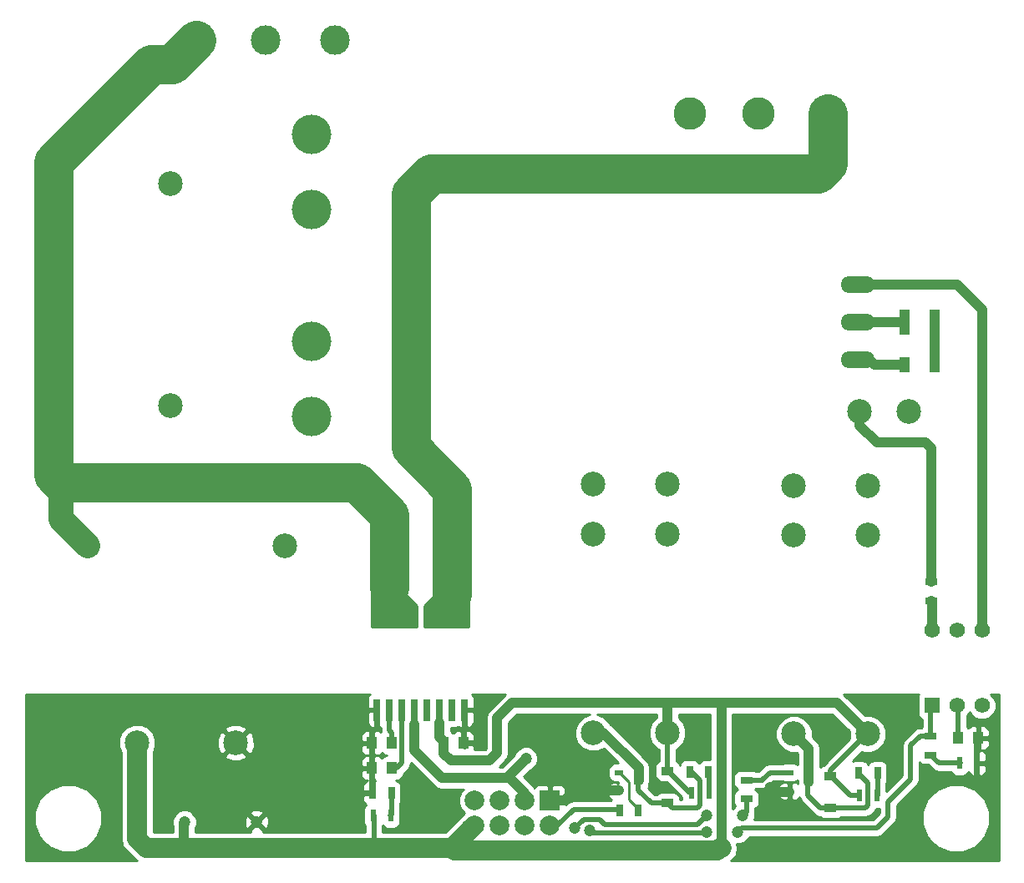
<source format=gtl>
G04 #@! TF.FileFunction,Copper,L1,Top,Signal*
%FSLAX46Y46*%
G04 Gerber Fmt 4.6, Leading zero omitted, Abs format (unit mm)*
G04 Created by KiCad (PCBNEW 0.201507280910+6003~25~ubuntu14.04.1-product) date Wed 07 Oct 2015 02:08:59 BST*
%MOMM*%
G01*
G04 APERTURE LIST*
%ADD10C,0.100000*%
%ADD11C,2.499360*%
%ADD12O,3.500120X1.699260*%
%ADD13C,2.500000*%
%ADD14R,1.220000X0.910000*%
%ADD15C,1.200000*%
%ADD16R,1.574800X1.574800*%
%ADD17C,1.574800*%
%ADD18C,3.000000*%
%ADD19C,2.000000*%
%ADD20R,2.000000X2.000000*%
%ADD21R,1.300000X0.700000*%
%ADD22R,0.700000X1.300000*%
%ADD23C,4.000000*%
%ADD24R,0.650000X2.250000*%
%ADD25R,0.750000X2.250000*%
%ADD26R,1.000000X1.250000*%
%ADD27R,1.000000X1.600000*%
%ADD28R,1.000000X2.500000*%
%ADD29C,3.300000*%
%ADD30R,0.600000X1.300000*%
%ADD31R,0.900000X0.600000*%
%ADD32C,1.000000*%
%ADD33C,0.508000*%
%ADD34C,2.000000*%
%ADD35C,4.000000*%
%ADD36C,2.500000*%
%ADD37C,0.254000*%
G04 APERTURE END LIST*
D10*
D11*
X115237000Y-85725000D03*
X120237000Y-85725000D03*
D12*
X115062000Y-76708000D03*
X115062000Y-80518000D03*
X115062000Y-72898000D03*
D13*
X88230000Y-118333000D03*
X95730000Y-118333000D03*
X88230000Y-98173000D03*
X88230000Y-93133000D03*
X95730000Y-98173000D03*
X95730000Y-93133000D03*
D14*
X95758000Y-122207000D03*
X95758000Y-125477000D03*
D15*
X54102000Y-127381000D03*
X81407000Y-120967500D03*
X46799500Y-127381000D03*
D16*
X122555000Y-115570000D03*
D17*
X125095000Y-115570000D03*
X127635000Y-115570000D03*
X127635000Y-107950000D03*
X125095000Y-107950000D03*
X122555000Y-107950000D03*
D18*
X62000000Y-48100000D03*
X55000000Y-48100000D03*
X48000000Y-48100000D03*
D19*
X76190000Y-125230000D03*
X76190000Y-127770000D03*
X78730000Y-125230000D03*
X78730000Y-127770000D03*
X81270000Y-125230000D03*
X81270000Y-127770000D03*
D20*
X83810000Y-125230000D03*
D19*
X83810000Y-127770000D03*
D21*
X122428000Y-118684000D03*
X122428000Y-120584000D03*
D22*
X115128000Y-122428000D03*
X117028000Y-122428000D03*
X67752000Y-124460000D03*
X65852000Y-124460000D03*
X97983000Y-122301000D03*
X99883000Y-122301000D03*
D23*
X59690000Y-57658000D03*
X59690000Y-65278000D03*
X59690000Y-86233000D03*
X59690000Y-78613000D03*
D13*
X45339000Y-62660000D03*
X45339000Y-85160000D03*
D24*
X75183000Y-106546000D03*
D25*
X73913000Y-106546000D03*
D24*
X72643000Y-106546000D03*
X71373000Y-106546000D03*
X70103000Y-106546000D03*
X68833000Y-106546000D03*
X67563000Y-106546000D03*
X66293000Y-106546000D03*
X66293000Y-116046000D03*
X67563000Y-116046000D03*
X68833000Y-116046000D03*
X70103000Y-116046000D03*
X71373000Y-116046000D03*
X72643000Y-116046000D03*
X73913000Y-116046000D03*
X75183000Y-116046000D03*
D13*
X41990000Y-119347000D03*
X51990000Y-119347000D03*
X36990000Y-99347000D03*
X56990000Y-99347000D03*
D26*
X125238000Y-118872000D03*
X127238000Y-118872000D03*
D27*
X122785000Y-81026000D03*
X119785000Y-81026000D03*
D21*
X122500000Y-103050000D03*
X122500000Y-104950000D03*
X103759000Y-123129000D03*
X103759000Y-125029000D03*
D22*
X92771000Y-126238000D03*
X90871000Y-126238000D03*
D28*
X119785000Y-76708000D03*
X122785000Y-76708000D03*
D26*
X73041000Y-119380000D03*
X75041000Y-119380000D03*
X67802000Y-121920000D03*
X65802000Y-121920000D03*
X67802000Y-119380000D03*
X65802000Y-119380000D03*
D29*
X112000000Y-55500000D03*
X105000000Y-55500000D03*
X98000000Y-55500000D03*
D30*
X65902000Y-126746000D03*
X67702000Y-126746000D03*
X98160000Y-124460000D03*
X99960000Y-124460000D03*
X115178000Y-124714000D03*
X116978000Y-124714000D03*
X125338000Y-121412000D03*
X127138000Y-121412000D03*
X65902000Y-126746000D03*
X67702000Y-126746000D03*
D14*
X112268000Y-122715000D03*
X112268000Y-125985000D03*
D13*
X108556000Y-118460000D03*
X116056000Y-118460000D03*
X108556000Y-98300000D03*
X108556000Y-93260000D03*
X116056000Y-98300000D03*
X116056000Y-93260000D03*
D31*
X108109000Y-124267000D03*
X108109000Y-122367000D03*
X110059000Y-123317000D03*
X90837000Y-124267000D03*
X90837000Y-122367000D03*
X92787000Y-123317000D03*
D15*
X98933000Y-118491000D03*
X104648000Y-119253000D03*
X92202000Y-118110000D03*
X120269000Y-129540000D03*
X107315000Y-130175000D03*
X106172000Y-123952000D03*
X111760000Y-118872000D03*
X118999000Y-116586000D03*
X76771500Y-119062500D03*
X127000000Y-123190000D03*
X71247000Y-125730000D03*
X64008000Y-124968000D03*
X99695000Y-126746000D03*
X86360000Y-128016000D03*
X103378000Y-126746000D03*
X87884000Y-128270000D03*
X102870000Y-128397000D03*
X99695000Y-128397000D03*
D32*
X106172000Y-123952000D02*
X106553000Y-124333000D01*
X106553000Y-124333000D02*
X108077000Y-124333000D01*
X83810000Y-125230000D02*
X85336000Y-125230000D01*
X86360000Y-124206000D02*
X90805000Y-124206000D01*
X85336000Y-125230000D02*
X86360000Y-124206000D01*
X83820000Y-125222000D02*
X83810000Y-125230000D01*
X83810000Y-125230000D02*
X83812000Y-125230000D01*
X83820000Y-125222000D02*
X83810000Y-125230000D01*
D33*
X75041000Y-119380000D02*
X76454000Y-119380000D01*
X76454000Y-119380000D02*
X76771500Y-119062500D01*
X75183000Y-116046000D02*
X75183000Y-119238000D01*
X75183000Y-119238000D02*
X75041000Y-119380000D01*
X75183000Y-119238000D02*
X75041000Y-119380000D01*
X65802000Y-121920000D02*
X65802000Y-124410000D01*
X65802000Y-124410000D02*
X65852000Y-124460000D01*
X127038000Y-121412000D02*
X127038000Y-119072000D01*
X127038000Y-119072000D02*
X127238000Y-118872000D01*
X65802000Y-119380000D02*
X65802000Y-118348000D01*
X66293000Y-117857000D02*
X66293000Y-116046000D01*
X65802000Y-118348000D02*
X66293000Y-117857000D01*
X65802000Y-121920000D02*
X65802000Y-119380000D01*
X66293000Y-116046000D02*
X66293000Y-116741000D01*
X75183000Y-119741000D02*
X75238000Y-119796000D01*
X127038000Y-123152000D02*
X127000000Y-123190000D01*
X127038000Y-121412000D02*
X127038000Y-123152000D01*
D32*
X83810000Y-125230000D02*
X84066000Y-125230000D01*
D33*
X64516000Y-124460000D02*
X64008000Y-124968000D01*
X65852000Y-124460000D02*
X64516000Y-124460000D01*
X68833000Y-116046000D02*
X68833000Y-121413000D01*
X68326000Y-121920000D02*
X67802000Y-121920000D01*
X68833000Y-121413000D02*
X68326000Y-121920000D01*
X112268000Y-122715000D02*
X112268000Y-122174000D01*
X112268000Y-122174000D02*
X116078000Y-118364000D01*
X116078000Y-118364000D02*
X116056000Y-118460000D01*
X112268000Y-122715000D02*
X112301000Y-122715000D01*
X112301000Y-122715000D02*
X114300000Y-124714000D01*
X114300000Y-124714000D02*
X115062000Y-124714000D01*
X115062000Y-124714000D02*
X115178000Y-124714000D01*
X95758000Y-122207000D02*
X95758000Y-118618000D01*
X95758000Y-118618000D02*
X95730000Y-118333000D01*
X95758000Y-122207000D02*
X95791000Y-122207000D01*
X95791000Y-122207000D02*
X98044000Y-124460000D01*
X98044000Y-124460000D02*
X98160000Y-124460000D01*
D32*
X78486000Y-120396000D02*
X78486000Y-116840000D01*
X78486000Y-116840000D02*
X80010000Y-115316000D01*
X80010000Y-115316000D02*
X95758000Y-115316000D01*
X77724000Y-121158000D02*
X78486000Y-120396000D01*
D33*
X66002000Y-129578000D02*
X65532000Y-130048000D01*
D34*
X42926000Y-130048000D02*
X46736000Y-130048000D01*
X46736000Y-130048000D02*
X65532000Y-130048000D01*
X65532000Y-130048000D02*
X73912000Y-130048000D01*
D32*
X46736000Y-130048000D02*
X46736000Y-127444500D01*
X46736000Y-127444500D02*
X46799500Y-127381000D01*
X73787000Y-121158000D02*
X73041000Y-120412000D01*
X73787000Y-121158000D02*
X77724000Y-121158000D01*
D33*
X72644000Y-116047000D02*
X72644000Y-117348000D01*
D32*
X72644000Y-118745000D02*
X72644000Y-117348000D01*
X72644000Y-118745000D02*
X73041000Y-119142000D01*
D33*
X72644000Y-116047000D02*
X72643000Y-116046000D01*
D32*
X73041000Y-119380000D02*
X73041000Y-119142000D01*
X75954000Y-127770000D02*
X76190000Y-127770000D01*
X75446000Y-127770000D02*
X76190000Y-127770000D01*
D33*
X66002000Y-126746000D02*
X66002000Y-129578000D01*
D34*
X73912000Y-130048000D02*
X76190000Y-127770000D01*
X41990000Y-129112000D02*
X42926000Y-130048000D01*
X41990000Y-119347000D02*
X41990000Y-129112000D01*
D32*
X73041000Y-119380000D02*
X73041000Y-120412000D01*
X95758000Y-118305000D02*
X95730000Y-118333000D01*
X95758000Y-115316000D02*
X95758000Y-118305000D01*
X101219000Y-125476000D02*
X101219000Y-130048000D01*
D34*
X74166000Y-130302000D02*
X73912000Y-130048000D01*
X100838000Y-130302000D02*
X74166000Y-130302000D01*
X101092000Y-130048000D02*
X100838000Y-130302000D01*
X101219000Y-130048000D02*
X101092000Y-130048000D01*
D32*
X112912000Y-115316000D02*
X116056000Y-118460000D01*
X106934000Y-115316000D02*
X112912000Y-115316000D01*
X95758000Y-115316000D02*
X97790000Y-115316000D01*
X101219000Y-115316000D02*
X106934000Y-115316000D01*
X97790000Y-115316000D02*
X101219000Y-115316000D01*
X101219000Y-116459000D02*
X101219000Y-118745000D01*
X101219000Y-124841000D02*
X101219000Y-125476000D01*
X101219000Y-118745000D02*
X101219000Y-124841000D01*
X101219000Y-115316000D02*
X101219000Y-116459000D01*
D33*
X95504000Y-122428000D02*
X95758000Y-122427000D01*
D32*
X115062000Y-76708000D02*
X119785000Y-76708000D01*
X122785000Y-76708000D02*
X122785000Y-81026000D01*
X72643000Y-106546000D02*
X73913000Y-106546000D01*
X75183000Y-106546000D02*
X73913000Y-106546000D01*
D33*
X71373000Y-106546000D02*
X73913000Y-106546000D01*
D35*
X73913000Y-104266000D02*
X73914000Y-104267000D01*
X112000000Y-55500000D02*
X112000000Y-60593000D01*
X69723000Y-89408000D02*
X73913000Y-93598000D01*
X69723000Y-63627000D02*
X69723000Y-89408000D01*
X71755000Y-61595000D02*
X69723000Y-63627000D01*
X110998000Y-61595000D02*
X71755000Y-61595000D01*
X112000000Y-60593000D02*
X110998000Y-61595000D01*
X73913000Y-93598000D02*
X73913000Y-104266000D01*
D33*
X73913000Y-105276000D02*
X75183000Y-106546000D01*
X73913000Y-104266000D02*
X73913000Y-105276000D01*
D32*
X119785000Y-81026000D02*
X116713000Y-81026000D01*
X116713000Y-81026000D02*
X116205000Y-80518000D01*
X116205000Y-80518000D02*
X115062000Y-80518000D01*
D33*
X83810000Y-127770000D02*
X84574000Y-127770000D01*
X84574000Y-127770000D02*
X86233000Y-126111000D01*
X86233000Y-126111000D02*
X90805000Y-126111000D01*
X90805000Y-126111000D02*
X90871000Y-126238000D01*
X103378000Y-126746000D02*
X103759000Y-126365000D01*
X98806000Y-127635000D02*
X99695000Y-126746000D01*
X86360000Y-128016000D02*
X87249000Y-127127000D01*
X87249000Y-127127000D02*
X88900000Y-127127000D01*
X88900000Y-127127000D02*
X89408000Y-127635000D01*
X89408000Y-127635000D02*
X98552000Y-127635000D01*
X98552000Y-127635000D02*
X98806000Y-127635000D01*
X103759000Y-126365000D02*
X103759000Y-124968000D01*
X103759000Y-124968000D02*
X103759000Y-125029000D01*
D32*
X79756000Y-122936000D02*
X79756000Y-122618500D01*
X79756000Y-122618500D02*
X81407000Y-120967500D01*
D33*
X70104000Y-116047000D02*
X70104000Y-117475000D01*
D32*
X70104000Y-120142000D02*
X70104000Y-117475000D01*
X72898000Y-122936000D02*
X70104000Y-120142000D01*
X79756000Y-122936000D02*
X72898000Y-122936000D01*
X79756000Y-122936000D02*
X81270000Y-124450000D01*
D33*
X70104000Y-116047000D02*
X70103000Y-116046000D01*
D32*
X81270000Y-125230000D02*
X81270000Y-124450000D01*
D33*
X122428000Y-118684000D02*
X122428000Y-115697000D01*
X122428000Y-115697000D02*
X122555000Y-115570000D01*
X122516000Y-118596000D02*
X122428000Y-118684000D01*
X103251000Y-128016000D02*
X102870000Y-128397000D01*
X99187000Y-128524000D02*
X99568000Y-128524000D01*
X88138000Y-128524000D02*
X99187000Y-128524000D01*
X87884000Y-128270000D02*
X88138000Y-128524000D01*
X99568000Y-128524000D02*
X99695000Y-128397000D01*
X112903000Y-128016000D02*
X116967000Y-128016000D01*
X120396000Y-122428000D02*
X120396000Y-119634000D01*
X120396000Y-119634000D02*
X121346000Y-118684000D01*
X122428000Y-118684000D02*
X121346000Y-118684000D01*
X120396000Y-123063000D02*
X120396000Y-122428000D01*
X118110000Y-125349000D02*
X120396000Y-123063000D01*
X118110000Y-126873000D02*
X118110000Y-125349000D01*
X116967000Y-128016000D02*
X118110000Y-126873000D01*
X112903000Y-128016000D02*
X103251000Y-128016000D01*
D36*
X34290000Y-96647000D02*
X36990000Y-99347000D01*
X34290000Y-92964000D02*
X34290000Y-96647000D01*
D35*
X33528000Y-60452000D02*
X43434000Y-50546000D01*
X43434000Y-50546000D02*
X45554000Y-50546000D01*
X45554000Y-50546000D02*
X48000000Y-48100000D01*
X34290000Y-92964000D02*
X33528000Y-92202000D01*
X33528000Y-92202000D02*
X33528000Y-60452000D01*
X67563000Y-103631000D02*
X67564000Y-103632000D01*
X34290000Y-92964000D02*
X64262000Y-92964000D01*
X67563000Y-96265000D02*
X64262000Y-92964000D01*
X67563000Y-96265000D02*
X67563000Y-103631000D01*
D33*
X67563000Y-105276000D02*
X66293000Y-106546000D01*
X67563000Y-103631000D02*
X67563000Y-105276000D01*
D37*
X90837000Y-122367000D02*
X90871000Y-122367000D01*
X90871000Y-122367000D02*
X91821000Y-123317000D01*
X91821000Y-123317000D02*
X91821000Y-125095000D01*
X91821000Y-125095000D02*
X92837000Y-126111000D01*
X92837000Y-126111000D02*
X92771000Y-126238000D01*
D33*
X103759000Y-123129000D02*
X105344000Y-123129000D01*
X106106000Y-122367000D02*
X105410000Y-123063000D01*
X106106000Y-122367000D02*
X108109000Y-122367000D01*
X105344000Y-123129000D02*
X105410000Y-123063000D01*
X67752000Y-124460000D02*
X67752000Y-126596000D01*
X67752000Y-126596000D02*
X67602000Y-126746000D01*
X125438000Y-121412000D02*
X123256000Y-121412000D01*
X123256000Y-121412000D02*
X122428000Y-120584000D01*
D32*
X115237000Y-85725000D02*
X115237000Y-87170000D01*
X122500000Y-93798000D02*
X122500000Y-103050000D01*
X122500000Y-89480000D02*
X122500000Y-93798000D01*
X121920000Y-88900000D02*
X122500000Y-89480000D01*
X116967000Y-88900000D02*
X121920000Y-88900000D01*
X115237000Y-87170000D02*
X116967000Y-88900000D01*
X122555000Y-105005000D02*
X122500000Y-104950000D01*
X122555000Y-107950000D02*
X122555000Y-105005000D01*
D33*
X125238000Y-118872000D02*
X125238000Y-115713000D01*
X125238000Y-115713000D02*
X125095000Y-115570000D01*
D32*
X127635000Y-75438000D02*
X125095000Y-72898000D01*
X127635000Y-107950000D02*
X127635000Y-75438000D01*
X125095000Y-72898000D02*
X115062000Y-72898000D01*
D33*
X67563000Y-116046000D02*
X67563000Y-118109000D01*
X67802000Y-118348000D02*
X67802000Y-119380000D01*
X67563000Y-118109000D02*
X67802000Y-118348000D01*
X99960000Y-124460000D02*
X99960000Y-122566000D01*
X99960000Y-122566000D02*
X99822000Y-122428000D01*
X99822000Y-122428000D02*
X99883000Y-122301000D01*
X117028000Y-122428000D02*
X117028000Y-124648000D01*
X117028000Y-124648000D02*
X117094000Y-124714000D01*
X117094000Y-124714000D02*
X116978000Y-124714000D01*
X92787000Y-123317000D02*
X92787000Y-124156000D01*
X94107000Y-125476000D02*
X95885000Y-125476000D01*
X92787000Y-124156000D02*
X94107000Y-125476000D01*
X95885000Y-125476000D02*
X95758000Y-125477000D01*
D32*
X88230000Y-118333000D02*
X89250000Y-118333000D01*
X89250000Y-118333000D02*
X92837000Y-121920000D01*
X92837000Y-121920000D02*
X92837000Y-123190000D01*
X88265000Y-118237000D02*
X88230000Y-118333000D01*
D33*
X97983000Y-122301000D02*
X98171000Y-122301000D01*
X98171000Y-122301000D02*
X99060000Y-123190000D01*
X99060000Y-123190000D02*
X99060000Y-125730000D01*
X99060000Y-125730000D02*
X98806000Y-125984000D01*
X98806000Y-125984000D02*
X96266000Y-125984000D01*
X96266000Y-125984000D02*
X95758000Y-125476000D01*
X95758000Y-125476000D02*
X95758000Y-125477000D01*
X95758000Y-125476000D02*
X95758000Y-125477000D01*
D32*
X110059000Y-123317000D02*
X110059000Y-119965000D01*
X110059000Y-119965000D02*
X108585000Y-118491000D01*
D33*
X112268000Y-125985000D02*
X111253000Y-125985000D01*
X109982000Y-124714000D02*
X109982000Y-123317000D01*
X111253000Y-125985000D02*
X109982000Y-124714000D01*
X109982000Y-123317000D02*
X110059000Y-123317000D01*
X112268000Y-125985000D02*
X115823000Y-125985000D01*
X116078000Y-123444000D02*
X115062000Y-122428000D01*
X116078000Y-125730000D02*
X116078000Y-123444000D01*
X115823000Y-125985000D02*
X116078000Y-125730000D01*
X115062000Y-122428000D02*
X115128000Y-122428000D01*
X112268000Y-125984000D02*
X112268000Y-125985000D01*
D37*
G36*
X129315000Y-131315000D02*
X102209176Y-131315000D01*
X102375120Y-131204120D01*
X102729543Y-130673687D01*
X102854000Y-130048000D01*
X102771235Y-129631914D01*
X103114579Y-129632214D01*
X103568657Y-129444592D01*
X103916371Y-129097485D01*
X103996298Y-128905000D01*
X116967000Y-128905000D01*
X117307206Y-128837329D01*
X117595618Y-128644618D01*
X118738618Y-127501618D01*
X118777550Y-127443352D01*
X118931329Y-127213206D01*
X118936906Y-127185167D01*
X121564838Y-127185167D01*
X121572820Y-127204485D01*
X121572406Y-127678682D01*
X122093037Y-128938704D01*
X122353413Y-129199534D01*
X122406883Y-129328943D01*
X122669673Y-129592192D01*
X122798989Y-129645889D01*
X123056226Y-129903575D01*
X124315337Y-130426404D01*
X124793896Y-130426822D01*
X124813201Y-130434838D01*
X125185167Y-130435162D01*
X125204485Y-130427180D01*
X125678682Y-130427594D01*
X126938704Y-129906963D01*
X127199534Y-129646587D01*
X127328943Y-129593117D01*
X127592192Y-129330327D01*
X127645889Y-129201011D01*
X127903575Y-128943774D01*
X128426404Y-127684663D01*
X128426822Y-127206104D01*
X128434838Y-127186799D01*
X128435162Y-126814833D01*
X128427180Y-126795515D01*
X128427594Y-126321318D01*
X127906963Y-125061296D01*
X127646587Y-124800466D01*
X127593117Y-124671057D01*
X127330327Y-124407808D01*
X127201011Y-124354111D01*
X126943774Y-124096425D01*
X125684663Y-123573596D01*
X125206104Y-123573178D01*
X125186799Y-123565162D01*
X124814833Y-123564838D01*
X124795515Y-123572820D01*
X124321318Y-123572406D01*
X123061296Y-124093037D01*
X122800466Y-124353413D01*
X122671057Y-124406883D01*
X122407808Y-124669673D01*
X122354111Y-124798989D01*
X122096425Y-125056226D01*
X121573596Y-126315337D01*
X121573178Y-126793896D01*
X121565162Y-126813201D01*
X121564838Y-127185167D01*
X118936906Y-127185167D01*
X118999000Y-126873000D01*
X118999000Y-125717236D01*
X121024618Y-123691618D01*
X121074476Y-123617000D01*
X121217329Y-123403206D01*
X121285000Y-123063000D01*
X121285000Y-121340514D01*
X121313910Y-121385441D01*
X121526110Y-121530431D01*
X121778000Y-121581440D01*
X122168204Y-121581440D01*
X122627382Y-122040618D01*
X122915794Y-122233329D01*
X123256000Y-122301000D01*
X124437208Y-122301000D01*
X124573910Y-122513441D01*
X124786110Y-122658431D01*
X125038000Y-122709440D01*
X125638000Y-122709440D01*
X125873317Y-122665162D01*
X126089441Y-122526090D01*
X126234431Y-122313890D01*
X126241191Y-122280510D01*
X126299673Y-122421699D01*
X126478302Y-122600327D01*
X126711691Y-122697000D01*
X126852250Y-122697000D01*
X127011000Y-122538250D01*
X127011000Y-121539000D01*
X127265000Y-121539000D01*
X127265000Y-122538250D01*
X127423750Y-122697000D01*
X127564309Y-122697000D01*
X127797698Y-122600327D01*
X127976327Y-122421699D01*
X128073000Y-122188310D01*
X128073000Y-121697750D01*
X127914250Y-121539000D01*
X127265000Y-121539000D01*
X127011000Y-121539000D01*
X126991000Y-121539000D01*
X126991000Y-121285000D01*
X127011000Y-121285000D01*
X127011000Y-120285750D01*
X127265000Y-120285750D01*
X127265000Y-121285000D01*
X127914250Y-121285000D01*
X128073000Y-121126250D01*
X128073000Y-120635690D01*
X127976327Y-120402301D01*
X127797698Y-120223673D01*
X127576380Y-120132000D01*
X127864309Y-120132000D01*
X128097698Y-120035327D01*
X128276327Y-119856699D01*
X128373000Y-119623310D01*
X128373000Y-119157750D01*
X128214250Y-118999000D01*
X127365000Y-118999000D01*
X127365000Y-119973250D01*
X127518750Y-120127000D01*
X127423750Y-120127000D01*
X127265000Y-120285750D01*
X127011000Y-120285750D01*
X126857250Y-120132000D01*
X126952250Y-120132000D01*
X127111000Y-119973250D01*
X127111000Y-118999000D01*
X127091000Y-118999000D01*
X127091000Y-118745000D01*
X127111000Y-118745000D01*
X127111000Y-117770750D01*
X127365000Y-117770750D01*
X127365000Y-118745000D01*
X128214250Y-118745000D01*
X128373000Y-118586250D01*
X128373000Y-118120690D01*
X128276327Y-117887301D01*
X128097698Y-117708673D01*
X127864309Y-117612000D01*
X127523750Y-117612000D01*
X127365000Y-117770750D01*
X127111000Y-117770750D01*
X126952250Y-117612000D01*
X126611691Y-117612000D01*
X126378302Y-117708673D01*
X126237064Y-117849910D01*
X126202090Y-117795559D01*
X126127000Y-117744252D01*
X126127000Y-116549624D01*
X126300149Y-116376777D01*
X126364891Y-116220860D01*
X126428445Y-116374672D01*
X126828223Y-116775149D01*
X127350826Y-116992152D01*
X127916691Y-116992646D01*
X128439672Y-116776555D01*
X128840149Y-116376777D01*
X129057152Y-115854174D01*
X129057646Y-115288309D01*
X128841555Y-114765328D01*
X128503818Y-114427000D01*
X129315000Y-114427000D01*
X129315000Y-131315000D01*
X129315000Y-131315000D01*
G37*
X129315000Y-131315000D02*
X102209176Y-131315000D01*
X102375120Y-131204120D01*
X102729543Y-130673687D01*
X102854000Y-130048000D01*
X102771235Y-129631914D01*
X103114579Y-129632214D01*
X103568657Y-129444592D01*
X103916371Y-129097485D01*
X103996298Y-128905000D01*
X116967000Y-128905000D01*
X117307206Y-128837329D01*
X117595618Y-128644618D01*
X118738618Y-127501618D01*
X118777550Y-127443352D01*
X118931329Y-127213206D01*
X118936906Y-127185167D01*
X121564838Y-127185167D01*
X121572820Y-127204485D01*
X121572406Y-127678682D01*
X122093037Y-128938704D01*
X122353413Y-129199534D01*
X122406883Y-129328943D01*
X122669673Y-129592192D01*
X122798989Y-129645889D01*
X123056226Y-129903575D01*
X124315337Y-130426404D01*
X124793896Y-130426822D01*
X124813201Y-130434838D01*
X125185167Y-130435162D01*
X125204485Y-130427180D01*
X125678682Y-130427594D01*
X126938704Y-129906963D01*
X127199534Y-129646587D01*
X127328943Y-129593117D01*
X127592192Y-129330327D01*
X127645889Y-129201011D01*
X127903575Y-128943774D01*
X128426404Y-127684663D01*
X128426822Y-127206104D01*
X128434838Y-127186799D01*
X128435162Y-126814833D01*
X128427180Y-126795515D01*
X128427594Y-126321318D01*
X127906963Y-125061296D01*
X127646587Y-124800466D01*
X127593117Y-124671057D01*
X127330327Y-124407808D01*
X127201011Y-124354111D01*
X126943774Y-124096425D01*
X125684663Y-123573596D01*
X125206104Y-123573178D01*
X125186799Y-123565162D01*
X124814833Y-123564838D01*
X124795515Y-123572820D01*
X124321318Y-123572406D01*
X123061296Y-124093037D01*
X122800466Y-124353413D01*
X122671057Y-124406883D01*
X122407808Y-124669673D01*
X122354111Y-124798989D01*
X122096425Y-125056226D01*
X121573596Y-126315337D01*
X121573178Y-126793896D01*
X121565162Y-126813201D01*
X121564838Y-127185167D01*
X118936906Y-127185167D01*
X118999000Y-126873000D01*
X118999000Y-125717236D01*
X121024618Y-123691618D01*
X121074476Y-123617000D01*
X121217329Y-123403206D01*
X121285000Y-123063000D01*
X121285000Y-121340514D01*
X121313910Y-121385441D01*
X121526110Y-121530431D01*
X121778000Y-121581440D01*
X122168204Y-121581440D01*
X122627382Y-122040618D01*
X122915794Y-122233329D01*
X123256000Y-122301000D01*
X124437208Y-122301000D01*
X124573910Y-122513441D01*
X124786110Y-122658431D01*
X125038000Y-122709440D01*
X125638000Y-122709440D01*
X125873317Y-122665162D01*
X126089441Y-122526090D01*
X126234431Y-122313890D01*
X126241191Y-122280510D01*
X126299673Y-122421699D01*
X126478302Y-122600327D01*
X126711691Y-122697000D01*
X126852250Y-122697000D01*
X127011000Y-122538250D01*
X127011000Y-121539000D01*
X127265000Y-121539000D01*
X127265000Y-122538250D01*
X127423750Y-122697000D01*
X127564309Y-122697000D01*
X127797698Y-122600327D01*
X127976327Y-122421699D01*
X128073000Y-122188310D01*
X128073000Y-121697750D01*
X127914250Y-121539000D01*
X127265000Y-121539000D01*
X127011000Y-121539000D01*
X126991000Y-121539000D01*
X126991000Y-121285000D01*
X127011000Y-121285000D01*
X127011000Y-120285750D01*
X127265000Y-120285750D01*
X127265000Y-121285000D01*
X127914250Y-121285000D01*
X128073000Y-121126250D01*
X128073000Y-120635690D01*
X127976327Y-120402301D01*
X127797698Y-120223673D01*
X127576380Y-120132000D01*
X127864309Y-120132000D01*
X128097698Y-120035327D01*
X128276327Y-119856699D01*
X128373000Y-119623310D01*
X128373000Y-119157750D01*
X128214250Y-118999000D01*
X127365000Y-118999000D01*
X127365000Y-119973250D01*
X127518750Y-120127000D01*
X127423750Y-120127000D01*
X127265000Y-120285750D01*
X127011000Y-120285750D01*
X126857250Y-120132000D01*
X126952250Y-120132000D01*
X127111000Y-119973250D01*
X127111000Y-118999000D01*
X127091000Y-118999000D01*
X127091000Y-118745000D01*
X127111000Y-118745000D01*
X127111000Y-117770750D01*
X127365000Y-117770750D01*
X127365000Y-118745000D01*
X128214250Y-118745000D01*
X128373000Y-118586250D01*
X128373000Y-118120690D01*
X128276327Y-117887301D01*
X128097698Y-117708673D01*
X127864309Y-117612000D01*
X127523750Y-117612000D01*
X127365000Y-117770750D01*
X127111000Y-117770750D01*
X126952250Y-117612000D01*
X126611691Y-117612000D01*
X126378302Y-117708673D01*
X126237064Y-117849910D01*
X126202090Y-117795559D01*
X126127000Y-117744252D01*
X126127000Y-116549624D01*
X126300149Y-116376777D01*
X126364891Y-116220860D01*
X126428445Y-116374672D01*
X126828223Y-116775149D01*
X127350826Y-116992152D01*
X127916691Y-116992646D01*
X128439672Y-116776555D01*
X128840149Y-116376777D01*
X129057152Y-115854174D01*
X129057646Y-115288309D01*
X128841555Y-114765328D01*
X128503818Y-114427000D01*
X129315000Y-114427000D01*
X129315000Y-131315000D01*
G36*
X65429673Y-114561301D02*
X65333000Y-114794690D01*
X65333000Y-115760250D01*
X65491750Y-115919000D01*
X66166000Y-115919000D01*
X66166000Y-115899000D01*
X66420000Y-115899000D01*
X66420000Y-115919000D01*
X66440000Y-115919000D01*
X66440000Y-116173000D01*
X66420000Y-116173000D01*
X66420000Y-117647250D01*
X66578750Y-117806000D01*
X66674000Y-117806000D01*
X66674000Y-118109000D01*
X66703790Y-118258765D01*
X66661698Y-118216673D01*
X66428309Y-118120000D01*
X66087750Y-118120000D01*
X65929000Y-118278750D01*
X65929000Y-119253000D01*
X65949000Y-119253000D01*
X65949000Y-119507000D01*
X65929000Y-119507000D01*
X65929000Y-120481250D01*
X66087750Y-120640000D01*
X66428309Y-120640000D01*
X66661698Y-120543327D01*
X66802936Y-120402090D01*
X66837910Y-120456441D01*
X67050110Y-120601431D01*
X67289509Y-120649910D01*
X67066683Y-120691838D01*
X66850559Y-120830910D01*
X66804031Y-120899006D01*
X66661698Y-120756673D01*
X66428309Y-120660000D01*
X66087750Y-120660000D01*
X65929000Y-120818750D01*
X65929000Y-121793000D01*
X65949000Y-121793000D01*
X65949000Y-122047000D01*
X65929000Y-122047000D01*
X65929000Y-123021250D01*
X66087750Y-123180000D01*
X66132750Y-123180000D01*
X65979000Y-123333750D01*
X65979000Y-124333000D01*
X65999000Y-124333000D01*
X65999000Y-124587000D01*
X65979000Y-124587000D01*
X65979000Y-124607000D01*
X65725000Y-124607000D01*
X65725000Y-124587000D01*
X65025750Y-124587000D01*
X64867000Y-124745750D01*
X64867000Y-125236310D01*
X64963673Y-125469699D01*
X65140543Y-125646568D01*
X65005569Y-125844110D01*
X64954560Y-126096000D01*
X64954560Y-127396000D01*
X64998838Y-127631317D01*
X65113000Y-127808730D01*
X65113000Y-128413000D01*
X54747953Y-128413000D01*
X54785130Y-128243735D01*
X54102000Y-127560605D01*
X53418870Y-128243735D01*
X53456047Y-128413000D01*
X47871000Y-128413000D01*
X47871000Y-128020968D01*
X48034285Y-127627734D01*
X48034647Y-127212036D01*
X52854193Y-127212036D01*
X52884518Y-127702413D01*
X53013836Y-128014617D01*
X53239265Y-128064130D01*
X53922395Y-127381000D01*
X54281605Y-127381000D01*
X54964735Y-128064130D01*
X55190164Y-128014617D01*
X55349807Y-127549964D01*
X55319482Y-127059587D01*
X55190164Y-126747383D01*
X54964735Y-126697870D01*
X54281605Y-127381000D01*
X53922395Y-127381000D01*
X53239265Y-126697870D01*
X53013836Y-126747383D01*
X52854193Y-127212036D01*
X48034647Y-127212036D01*
X48034714Y-127136421D01*
X47847092Y-126682343D01*
X47683301Y-126518265D01*
X53418870Y-126518265D01*
X54102000Y-127201395D01*
X54785130Y-126518265D01*
X54735617Y-126292836D01*
X54270964Y-126133193D01*
X53780587Y-126163518D01*
X53468383Y-126292836D01*
X53418870Y-126518265D01*
X47683301Y-126518265D01*
X47499985Y-126334629D01*
X47046234Y-126146215D01*
X46554921Y-126145786D01*
X46100843Y-126333408D01*
X45753129Y-126680515D01*
X45564715Y-127134266D01*
X45564286Y-127625579D01*
X45601000Y-127714433D01*
X45601000Y-128413000D01*
X43625000Y-128413000D01*
X43625000Y-122205750D01*
X64667000Y-122205750D01*
X64667000Y-122671310D01*
X64763673Y-122904699D01*
X64942302Y-123083327D01*
X65175691Y-123180000D01*
X65363620Y-123180000D01*
X65142302Y-123271673D01*
X64963673Y-123450301D01*
X64867000Y-123683690D01*
X64867000Y-124174250D01*
X65025750Y-124333000D01*
X65725000Y-124333000D01*
X65725000Y-123333750D01*
X65566250Y-123175000D01*
X65521250Y-123175000D01*
X65675000Y-123021250D01*
X65675000Y-122047000D01*
X64825750Y-122047000D01*
X64667000Y-122205750D01*
X43625000Y-122205750D01*
X43625000Y-120680320D01*
X50836285Y-120680320D01*
X50965533Y-120973123D01*
X51665806Y-121241388D01*
X52415435Y-121221250D01*
X52542326Y-121168690D01*
X64667000Y-121168690D01*
X64667000Y-121634250D01*
X64825750Y-121793000D01*
X65675000Y-121793000D01*
X65675000Y-120818750D01*
X65516250Y-120660000D01*
X65175691Y-120660000D01*
X64942302Y-120756673D01*
X64763673Y-120935301D01*
X64667000Y-121168690D01*
X52542326Y-121168690D01*
X53014467Y-120973123D01*
X53143715Y-120680320D01*
X51990000Y-119526605D01*
X50836285Y-120680320D01*
X43625000Y-120680320D01*
X43625000Y-120324871D01*
X43874672Y-119723595D01*
X43875283Y-119022806D01*
X50095612Y-119022806D01*
X50115750Y-119772435D01*
X50363877Y-120371467D01*
X50656680Y-120500715D01*
X51810395Y-119347000D01*
X52169605Y-119347000D01*
X53323320Y-120500715D01*
X53616123Y-120371467D01*
X53884388Y-119671194D01*
X53884242Y-119665750D01*
X64667000Y-119665750D01*
X64667000Y-120131310D01*
X64763673Y-120364699D01*
X64942302Y-120543327D01*
X65175691Y-120640000D01*
X65516250Y-120640000D01*
X65675000Y-120481250D01*
X65675000Y-119507000D01*
X64825750Y-119507000D01*
X64667000Y-119665750D01*
X53884242Y-119665750D01*
X53864250Y-118921565D01*
X53742938Y-118628690D01*
X64667000Y-118628690D01*
X64667000Y-119094250D01*
X64825750Y-119253000D01*
X65675000Y-119253000D01*
X65675000Y-118278750D01*
X65516250Y-118120000D01*
X65175691Y-118120000D01*
X64942302Y-118216673D01*
X64763673Y-118395301D01*
X64667000Y-118628690D01*
X53742938Y-118628690D01*
X53616123Y-118322533D01*
X53323320Y-118193285D01*
X52169605Y-119347000D01*
X51810395Y-119347000D01*
X50656680Y-118193285D01*
X50363877Y-118322533D01*
X50095612Y-119022806D01*
X43875283Y-119022806D01*
X43875326Y-118973695D01*
X43588957Y-118280628D01*
X43322475Y-118013680D01*
X50836285Y-118013680D01*
X51990000Y-119167395D01*
X53143715Y-118013680D01*
X53014467Y-117720877D01*
X52314194Y-117452612D01*
X51564565Y-117472750D01*
X50965533Y-117720877D01*
X50836285Y-118013680D01*
X43322475Y-118013680D01*
X43059161Y-117749907D01*
X42366595Y-117462328D01*
X41616695Y-117461674D01*
X40923628Y-117748043D01*
X40392907Y-118277839D01*
X40105328Y-118970405D01*
X40104674Y-119720305D01*
X40355000Y-120326141D01*
X40355000Y-129111995D01*
X40354999Y-129112000D01*
X40479457Y-129737688D01*
X40833880Y-130268120D01*
X41769880Y-131204120D01*
X41935824Y-131315000D01*
X30685000Y-131315000D01*
X30685000Y-127185167D01*
X31564838Y-127185167D01*
X31572820Y-127204485D01*
X31572406Y-127678682D01*
X32093037Y-128938704D01*
X32353413Y-129199534D01*
X32406883Y-129328943D01*
X32669673Y-129592192D01*
X32798989Y-129645889D01*
X33056226Y-129903575D01*
X34315337Y-130426404D01*
X34793896Y-130426822D01*
X34813201Y-130434838D01*
X35185167Y-130435162D01*
X35204485Y-130427180D01*
X35678682Y-130427594D01*
X36938704Y-129906963D01*
X37199534Y-129646587D01*
X37328943Y-129593117D01*
X37592192Y-129330327D01*
X37645889Y-129201011D01*
X37903575Y-128943774D01*
X38426404Y-127684663D01*
X38426822Y-127206104D01*
X38434838Y-127186799D01*
X38435162Y-126814833D01*
X38427180Y-126795515D01*
X38427594Y-126321318D01*
X37906963Y-125061296D01*
X37646587Y-124800466D01*
X37593117Y-124671057D01*
X37330327Y-124407808D01*
X37201011Y-124354111D01*
X36943774Y-124096425D01*
X35684663Y-123573596D01*
X35206104Y-123573178D01*
X35186799Y-123565162D01*
X34814833Y-123564838D01*
X34795515Y-123572820D01*
X34321318Y-123572406D01*
X33061296Y-124093037D01*
X32800466Y-124353413D01*
X32671057Y-124406883D01*
X32407808Y-124669673D01*
X32354111Y-124798989D01*
X32096425Y-125056226D01*
X31573596Y-126315337D01*
X31573178Y-126793896D01*
X31565162Y-126813201D01*
X31564838Y-127185167D01*
X30685000Y-127185167D01*
X30685000Y-116331750D01*
X65333000Y-116331750D01*
X65333000Y-117297310D01*
X65429673Y-117530699D01*
X65608302Y-117709327D01*
X65841691Y-117806000D01*
X66007250Y-117806000D01*
X66166000Y-117647250D01*
X66166000Y-116173000D01*
X65491750Y-116173000D01*
X65333000Y-116331750D01*
X30685000Y-116331750D01*
X30685000Y-114427000D01*
X65563975Y-114427000D01*
X65429673Y-114561301D01*
X65429673Y-114561301D01*
G37*
X65429673Y-114561301D02*
X65333000Y-114794690D01*
X65333000Y-115760250D01*
X65491750Y-115919000D01*
X66166000Y-115919000D01*
X66166000Y-115899000D01*
X66420000Y-115899000D01*
X66420000Y-115919000D01*
X66440000Y-115919000D01*
X66440000Y-116173000D01*
X66420000Y-116173000D01*
X66420000Y-117647250D01*
X66578750Y-117806000D01*
X66674000Y-117806000D01*
X66674000Y-118109000D01*
X66703790Y-118258765D01*
X66661698Y-118216673D01*
X66428309Y-118120000D01*
X66087750Y-118120000D01*
X65929000Y-118278750D01*
X65929000Y-119253000D01*
X65949000Y-119253000D01*
X65949000Y-119507000D01*
X65929000Y-119507000D01*
X65929000Y-120481250D01*
X66087750Y-120640000D01*
X66428309Y-120640000D01*
X66661698Y-120543327D01*
X66802936Y-120402090D01*
X66837910Y-120456441D01*
X67050110Y-120601431D01*
X67289509Y-120649910D01*
X67066683Y-120691838D01*
X66850559Y-120830910D01*
X66804031Y-120899006D01*
X66661698Y-120756673D01*
X66428309Y-120660000D01*
X66087750Y-120660000D01*
X65929000Y-120818750D01*
X65929000Y-121793000D01*
X65949000Y-121793000D01*
X65949000Y-122047000D01*
X65929000Y-122047000D01*
X65929000Y-123021250D01*
X66087750Y-123180000D01*
X66132750Y-123180000D01*
X65979000Y-123333750D01*
X65979000Y-124333000D01*
X65999000Y-124333000D01*
X65999000Y-124587000D01*
X65979000Y-124587000D01*
X65979000Y-124607000D01*
X65725000Y-124607000D01*
X65725000Y-124587000D01*
X65025750Y-124587000D01*
X64867000Y-124745750D01*
X64867000Y-125236310D01*
X64963673Y-125469699D01*
X65140543Y-125646568D01*
X65005569Y-125844110D01*
X64954560Y-126096000D01*
X64954560Y-127396000D01*
X64998838Y-127631317D01*
X65113000Y-127808730D01*
X65113000Y-128413000D01*
X54747953Y-128413000D01*
X54785130Y-128243735D01*
X54102000Y-127560605D01*
X53418870Y-128243735D01*
X53456047Y-128413000D01*
X47871000Y-128413000D01*
X47871000Y-128020968D01*
X48034285Y-127627734D01*
X48034647Y-127212036D01*
X52854193Y-127212036D01*
X52884518Y-127702413D01*
X53013836Y-128014617D01*
X53239265Y-128064130D01*
X53922395Y-127381000D01*
X54281605Y-127381000D01*
X54964735Y-128064130D01*
X55190164Y-128014617D01*
X55349807Y-127549964D01*
X55319482Y-127059587D01*
X55190164Y-126747383D01*
X54964735Y-126697870D01*
X54281605Y-127381000D01*
X53922395Y-127381000D01*
X53239265Y-126697870D01*
X53013836Y-126747383D01*
X52854193Y-127212036D01*
X48034647Y-127212036D01*
X48034714Y-127136421D01*
X47847092Y-126682343D01*
X47683301Y-126518265D01*
X53418870Y-126518265D01*
X54102000Y-127201395D01*
X54785130Y-126518265D01*
X54735617Y-126292836D01*
X54270964Y-126133193D01*
X53780587Y-126163518D01*
X53468383Y-126292836D01*
X53418870Y-126518265D01*
X47683301Y-126518265D01*
X47499985Y-126334629D01*
X47046234Y-126146215D01*
X46554921Y-126145786D01*
X46100843Y-126333408D01*
X45753129Y-126680515D01*
X45564715Y-127134266D01*
X45564286Y-127625579D01*
X45601000Y-127714433D01*
X45601000Y-128413000D01*
X43625000Y-128413000D01*
X43625000Y-122205750D01*
X64667000Y-122205750D01*
X64667000Y-122671310D01*
X64763673Y-122904699D01*
X64942302Y-123083327D01*
X65175691Y-123180000D01*
X65363620Y-123180000D01*
X65142302Y-123271673D01*
X64963673Y-123450301D01*
X64867000Y-123683690D01*
X64867000Y-124174250D01*
X65025750Y-124333000D01*
X65725000Y-124333000D01*
X65725000Y-123333750D01*
X65566250Y-123175000D01*
X65521250Y-123175000D01*
X65675000Y-123021250D01*
X65675000Y-122047000D01*
X64825750Y-122047000D01*
X64667000Y-122205750D01*
X43625000Y-122205750D01*
X43625000Y-120680320D01*
X50836285Y-120680320D01*
X50965533Y-120973123D01*
X51665806Y-121241388D01*
X52415435Y-121221250D01*
X52542326Y-121168690D01*
X64667000Y-121168690D01*
X64667000Y-121634250D01*
X64825750Y-121793000D01*
X65675000Y-121793000D01*
X65675000Y-120818750D01*
X65516250Y-120660000D01*
X65175691Y-120660000D01*
X64942302Y-120756673D01*
X64763673Y-120935301D01*
X64667000Y-121168690D01*
X52542326Y-121168690D01*
X53014467Y-120973123D01*
X53143715Y-120680320D01*
X51990000Y-119526605D01*
X50836285Y-120680320D01*
X43625000Y-120680320D01*
X43625000Y-120324871D01*
X43874672Y-119723595D01*
X43875283Y-119022806D01*
X50095612Y-119022806D01*
X50115750Y-119772435D01*
X50363877Y-120371467D01*
X50656680Y-120500715D01*
X51810395Y-119347000D01*
X52169605Y-119347000D01*
X53323320Y-120500715D01*
X53616123Y-120371467D01*
X53884388Y-119671194D01*
X53884242Y-119665750D01*
X64667000Y-119665750D01*
X64667000Y-120131310D01*
X64763673Y-120364699D01*
X64942302Y-120543327D01*
X65175691Y-120640000D01*
X65516250Y-120640000D01*
X65675000Y-120481250D01*
X65675000Y-119507000D01*
X64825750Y-119507000D01*
X64667000Y-119665750D01*
X53884242Y-119665750D01*
X53864250Y-118921565D01*
X53742938Y-118628690D01*
X64667000Y-118628690D01*
X64667000Y-119094250D01*
X64825750Y-119253000D01*
X65675000Y-119253000D01*
X65675000Y-118278750D01*
X65516250Y-118120000D01*
X65175691Y-118120000D01*
X64942302Y-118216673D01*
X64763673Y-118395301D01*
X64667000Y-118628690D01*
X53742938Y-118628690D01*
X53616123Y-118322533D01*
X53323320Y-118193285D01*
X52169605Y-119347000D01*
X51810395Y-119347000D01*
X50656680Y-118193285D01*
X50363877Y-118322533D01*
X50095612Y-119022806D01*
X43875283Y-119022806D01*
X43875326Y-118973695D01*
X43588957Y-118280628D01*
X43322475Y-118013680D01*
X50836285Y-118013680D01*
X51990000Y-119167395D01*
X53143715Y-118013680D01*
X53014467Y-117720877D01*
X52314194Y-117452612D01*
X51564565Y-117472750D01*
X50965533Y-117720877D01*
X50836285Y-118013680D01*
X43322475Y-118013680D01*
X43059161Y-117749907D01*
X42366595Y-117462328D01*
X41616695Y-117461674D01*
X40923628Y-117748043D01*
X40392907Y-118277839D01*
X40105328Y-118970405D01*
X40104674Y-119720305D01*
X40355000Y-120326141D01*
X40355000Y-129111995D01*
X40354999Y-129112000D01*
X40479457Y-129737688D01*
X40833880Y-130268120D01*
X41769880Y-131204120D01*
X41935824Y-131315000D01*
X30685000Y-131315000D01*
X30685000Y-127185167D01*
X31564838Y-127185167D01*
X31572820Y-127204485D01*
X31572406Y-127678682D01*
X32093037Y-128938704D01*
X32353413Y-129199534D01*
X32406883Y-129328943D01*
X32669673Y-129592192D01*
X32798989Y-129645889D01*
X33056226Y-129903575D01*
X34315337Y-130426404D01*
X34793896Y-130426822D01*
X34813201Y-130434838D01*
X35185167Y-130435162D01*
X35204485Y-130427180D01*
X35678682Y-130427594D01*
X36938704Y-129906963D01*
X37199534Y-129646587D01*
X37328943Y-129593117D01*
X37592192Y-129330327D01*
X37645889Y-129201011D01*
X37903575Y-128943774D01*
X38426404Y-127684663D01*
X38426822Y-127206104D01*
X38434838Y-127186799D01*
X38435162Y-126814833D01*
X38427180Y-126795515D01*
X38427594Y-126321318D01*
X37906963Y-125061296D01*
X37646587Y-124800466D01*
X37593117Y-124671057D01*
X37330327Y-124407808D01*
X37201011Y-124354111D01*
X36943774Y-124096425D01*
X35684663Y-123573596D01*
X35206104Y-123573178D01*
X35186799Y-123565162D01*
X34814833Y-123564838D01*
X34795515Y-123572820D01*
X34321318Y-123572406D01*
X33061296Y-124093037D01*
X32800466Y-124353413D01*
X32671057Y-124406883D01*
X32407808Y-124669673D01*
X32354111Y-124798989D01*
X32096425Y-125056226D01*
X31573596Y-126315337D01*
X31573178Y-126793896D01*
X31565162Y-126813201D01*
X31564838Y-127185167D01*
X30685000Y-127185167D01*
X30685000Y-116331750D01*
X65333000Y-116331750D01*
X65333000Y-117297310D01*
X65429673Y-117530699D01*
X65608302Y-117709327D01*
X65841691Y-117806000D01*
X66007250Y-117806000D01*
X66166000Y-117647250D01*
X66166000Y-116173000D01*
X65491750Y-116173000D01*
X65333000Y-116331750D01*
X30685000Y-116331750D01*
X30685000Y-114427000D01*
X65563975Y-114427000D01*
X65429673Y-114561301D01*
G36*
X72095434Y-123738566D02*
X72463655Y-123984604D01*
X72898000Y-124071000D01*
X75036764Y-124071000D01*
X74804722Y-124302637D01*
X74555284Y-124903352D01*
X74554716Y-125553795D01*
X74803106Y-126154943D01*
X75147759Y-126500199D01*
X74804722Y-126842637D01*
X74804437Y-126843324D01*
X74754617Y-126893144D01*
X74643434Y-126967434D01*
X74569144Y-127078617D01*
X73234760Y-128413000D01*
X66891000Y-128413000D01*
X66891000Y-127774541D01*
X66937910Y-127847441D01*
X67150110Y-127992431D01*
X67402000Y-128043440D01*
X68002000Y-128043440D01*
X68237317Y-127999162D01*
X68453441Y-127860090D01*
X68598431Y-127647890D01*
X68649440Y-127396000D01*
X68649440Y-126096000D01*
X68641000Y-126051145D01*
X68641000Y-125445943D01*
X68698431Y-125361890D01*
X68749440Y-125110000D01*
X68749440Y-123810000D01*
X68705162Y-123574683D01*
X68566090Y-123358559D01*
X68353890Y-123213569D01*
X68249552Y-123192440D01*
X68302000Y-123192440D01*
X68537317Y-123148162D01*
X68753441Y-123009090D01*
X68898431Y-122796890D01*
X68947782Y-122553185D01*
X68954618Y-122548618D01*
X69461618Y-122041618D01*
X69654329Y-121753206D01*
X69722000Y-121413000D01*
X69722000Y-121365132D01*
X72095434Y-123738566D01*
X72095434Y-123738566D01*
G37*
X72095434Y-123738566D02*
X72463655Y-123984604D01*
X72898000Y-124071000D01*
X75036764Y-124071000D01*
X74804722Y-124302637D01*
X74555284Y-124903352D01*
X74554716Y-125553795D01*
X74803106Y-126154943D01*
X75147759Y-126500199D01*
X74804722Y-126842637D01*
X74804437Y-126843324D01*
X74754617Y-126893144D01*
X74643434Y-126967434D01*
X74569144Y-127078617D01*
X73234760Y-128413000D01*
X66891000Y-128413000D01*
X66891000Y-127774541D01*
X66937910Y-127847441D01*
X67150110Y-127992431D01*
X67402000Y-128043440D01*
X68002000Y-128043440D01*
X68237317Y-127999162D01*
X68453441Y-127860090D01*
X68598431Y-127647890D01*
X68649440Y-127396000D01*
X68649440Y-126096000D01*
X68641000Y-126051145D01*
X68641000Y-125445943D01*
X68698431Y-125361890D01*
X68749440Y-125110000D01*
X68749440Y-123810000D01*
X68705162Y-123574683D01*
X68566090Y-123358559D01*
X68353890Y-123213569D01*
X68249552Y-123192440D01*
X68302000Y-123192440D01*
X68537317Y-123148162D01*
X68753441Y-123009090D01*
X68898431Y-122796890D01*
X68947782Y-122553185D01*
X68954618Y-122548618D01*
X69461618Y-122041618D01*
X69654329Y-121753206D01*
X69722000Y-121413000D01*
X69722000Y-121365132D01*
X72095434Y-123738566D01*
G36*
X108924000Y-123317000D02*
X108953045Y-123463019D01*
X108918699Y-123428673D01*
X108685310Y-123332000D01*
X108394750Y-123332000D01*
X108236000Y-123490750D01*
X108236000Y-124140000D01*
X108256000Y-124140000D01*
X108256000Y-124394000D01*
X108236000Y-124394000D01*
X108236000Y-125043250D01*
X108394750Y-125202000D01*
X108685310Y-125202000D01*
X108918699Y-125105327D01*
X109097327Y-124926698D01*
X109122986Y-124864751D01*
X109160671Y-125054206D01*
X109353382Y-125342618D01*
X110624382Y-126613618D01*
X110912794Y-126806329D01*
X111172366Y-126857961D01*
X111193910Y-126891441D01*
X111406110Y-127036431D01*
X111658000Y-127087440D01*
X112878000Y-127087440D01*
X113113317Y-127043162D01*
X113329441Y-126904090D01*
X113350001Y-126874000D01*
X115823000Y-126874000D01*
X116163206Y-126806329D01*
X116451618Y-126613618D01*
X116706618Y-126358618D01*
X116899329Y-126070206D01*
X116911018Y-126011440D01*
X117221000Y-126011440D01*
X117221000Y-126504764D01*
X116598764Y-127127000D01*
X104557033Y-127127000D01*
X104612785Y-126992734D01*
X104613180Y-126540051D01*
X104648000Y-126365000D01*
X104648000Y-125979792D01*
X104860441Y-125843090D01*
X105005431Y-125630890D01*
X105056440Y-125379000D01*
X105056440Y-124679000D01*
X105032685Y-124552750D01*
X107024000Y-124552750D01*
X107024000Y-124693309D01*
X107120673Y-124926698D01*
X107299301Y-125105327D01*
X107532690Y-125202000D01*
X107823250Y-125202000D01*
X107982000Y-125043250D01*
X107982000Y-124394000D01*
X107182750Y-124394000D01*
X107024000Y-124552750D01*
X105032685Y-124552750D01*
X105012162Y-124443683D01*
X104873090Y-124227559D01*
X104660890Y-124082569D01*
X104647803Y-124079919D01*
X104744028Y-124018000D01*
X105344000Y-124018000D01*
X105684206Y-123950329D01*
X105848290Y-123840691D01*
X107024000Y-123840691D01*
X107024000Y-123981250D01*
X107182750Y-124140000D01*
X107982000Y-124140000D01*
X107982000Y-123490750D01*
X107823250Y-123332000D01*
X107532690Y-123332000D01*
X107299301Y-123428673D01*
X107120673Y-123607302D01*
X107024000Y-123840691D01*
X105848290Y-123840691D01*
X105972618Y-123757618D01*
X106474236Y-123256000D01*
X107396234Y-123256000D01*
X107407110Y-123263431D01*
X107659000Y-123314440D01*
X108559000Y-123314440D01*
X108794317Y-123270162D01*
X108924000Y-123186713D01*
X108924000Y-123317000D01*
X108924000Y-123317000D01*
G37*
X108924000Y-123317000D02*
X108953045Y-123463019D01*
X108918699Y-123428673D01*
X108685310Y-123332000D01*
X108394750Y-123332000D01*
X108236000Y-123490750D01*
X108236000Y-124140000D01*
X108256000Y-124140000D01*
X108256000Y-124394000D01*
X108236000Y-124394000D01*
X108236000Y-125043250D01*
X108394750Y-125202000D01*
X108685310Y-125202000D01*
X108918699Y-125105327D01*
X109097327Y-124926698D01*
X109122986Y-124864751D01*
X109160671Y-125054206D01*
X109353382Y-125342618D01*
X110624382Y-126613618D01*
X110912794Y-126806329D01*
X111172366Y-126857961D01*
X111193910Y-126891441D01*
X111406110Y-127036431D01*
X111658000Y-127087440D01*
X112878000Y-127087440D01*
X113113317Y-127043162D01*
X113329441Y-126904090D01*
X113350001Y-126874000D01*
X115823000Y-126874000D01*
X116163206Y-126806329D01*
X116451618Y-126613618D01*
X116706618Y-126358618D01*
X116899329Y-126070206D01*
X116911018Y-126011440D01*
X117221000Y-126011440D01*
X117221000Y-126504764D01*
X116598764Y-127127000D01*
X104557033Y-127127000D01*
X104612785Y-126992734D01*
X104613180Y-126540051D01*
X104648000Y-126365000D01*
X104648000Y-125979792D01*
X104860441Y-125843090D01*
X105005431Y-125630890D01*
X105056440Y-125379000D01*
X105056440Y-124679000D01*
X105032685Y-124552750D01*
X107024000Y-124552750D01*
X107024000Y-124693309D01*
X107120673Y-124926698D01*
X107299301Y-125105327D01*
X107532690Y-125202000D01*
X107823250Y-125202000D01*
X107982000Y-125043250D01*
X107982000Y-124394000D01*
X107182750Y-124394000D01*
X107024000Y-124552750D01*
X105032685Y-124552750D01*
X105012162Y-124443683D01*
X104873090Y-124227559D01*
X104660890Y-124082569D01*
X104647803Y-124079919D01*
X104744028Y-124018000D01*
X105344000Y-124018000D01*
X105684206Y-123950329D01*
X105848290Y-123840691D01*
X107024000Y-123840691D01*
X107024000Y-123981250D01*
X107182750Y-124140000D01*
X107982000Y-124140000D01*
X107982000Y-123490750D01*
X107823250Y-123332000D01*
X107532690Y-123332000D01*
X107299301Y-123428673D01*
X107120673Y-123607302D01*
X107024000Y-123840691D01*
X105848290Y-123840691D01*
X105972618Y-123757618D01*
X106474236Y-123256000D01*
X107396234Y-123256000D01*
X107407110Y-123263431D01*
X107659000Y-123314440D01*
X108559000Y-123314440D01*
X108794317Y-123270162D01*
X108924000Y-123186713D01*
X108924000Y-123317000D01*
G36*
X114171243Y-118180376D02*
X114170674Y-118833305D01*
X114223532Y-118961232D01*
X111639382Y-121545382D01*
X111585363Y-121626228D01*
X111422683Y-121656838D01*
X111206559Y-121795910D01*
X111194000Y-121814291D01*
X111194000Y-119965000D01*
X111107603Y-119530654D01*
X110861566Y-119162434D01*
X110440755Y-118741623D01*
X110441326Y-118086695D01*
X110154957Y-117393628D01*
X109625161Y-116862907D01*
X108932595Y-116575328D01*
X108182695Y-116574674D01*
X107489628Y-116861043D01*
X106958907Y-117390839D01*
X106671328Y-118083405D01*
X106670674Y-118833305D01*
X106957043Y-119526372D01*
X107486839Y-120057093D01*
X108179405Y-120344672D01*
X108834111Y-120345243D01*
X108924000Y-120435132D01*
X108924000Y-121547854D01*
X108810890Y-121470569D01*
X108559000Y-121419560D01*
X107659000Y-121419560D01*
X107423683Y-121463838D01*
X107401675Y-121478000D01*
X106106000Y-121478000D01*
X105765795Y-121545670D01*
X105477382Y-121738382D01*
X104975764Y-122240000D01*
X104744943Y-122240000D01*
X104660890Y-122182569D01*
X104409000Y-122131560D01*
X103109000Y-122131560D01*
X102873683Y-122175838D01*
X102657559Y-122314910D01*
X102512569Y-122527110D01*
X102461560Y-122779000D01*
X102461560Y-123479000D01*
X102505838Y-123714317D01*
X102644910Y-123930441D01*
X102857110Y-124075431D01*
X102870197Y-124078081D01*
X102657559Y-124214910D01*
X102512569Y-124427110D01*
X102461560Y-124679000D01*
X102461560Y-125379000D01*
X102505838Y-125614317D01*
X102606646Y-125770978D01*
X102354000Y-126023183D01*
X102354000Y-116451000D01*
X112441868Y-116451000D01*
X114171243Y-118180376D01*
X114171243Y-118180376D01*
G37*
X114171243Y-118180376D02*
X114170674Y-118833305D01*
X114223532Y-118961232D01*
X111639382Y-121545382D01*
X111585363Y-121626228D01*
X111422683Y-121656838D01*
X111206559Y-121795910D01*
X111194000Y-121814291D01*
X111194000Y-119965000D01*
X111107603Y-119530654D01*
X110861566Y-119162434D01*
X110440755Y-118741623D01*
X110441326Y-118086695D01*
X110154957Y-117393628D01*
X109625161Y-116862907D01*
X108932595Y-116575328D01*
X108182695Y-116574674D01*
X107489628Y-116861043D01*
X106958907Y-117390839D01*
X106671328Y-118083405D01*
X106670674Y-118833305D01*
X106957043Y-119526372D01*
X107486839Y-120057093D01*
X108179405Y-120344672D01*
X108834111Y-120345243D01*
X108924000Y-120435132D01*
X108924000Y-121547854D01*
X108810890Y-121470569D01*
X108559000Y-121419560D01*
X107659000Y-121419560D01*
X107423683Y-121463838D01*
X107401675Y-121478000D01*
X106106000Y-121478000D01*
X105765795Y-121545670D01*
X105477382Y-121738382D01*
X104975764Y-122240000D01*
X104744943Y-122240000D01*
X104660890Y-122182569D01*
X104409000Y-122131560D01*
X103109000Y-122131560D01*
X102873683Y-122175838D01*
X102657559Y-122314910D01*
X102512569Y-122527110D01*
X102461560Y-122779000D01*
X102461560Y-123479000D01*
X102505838Y-123714317D01*
X102644910Y-123930441D01*
X102857110Y-124075431D01*
X102870197Y-124078081D01*
X102657559Y-124214910D01*
X102512569Y-124427110D01*
X102461560Y-124679000D01*
X102461560Y-125379000D01*
X102505838Y-125614317D01*
X102606646Y-125770978D01*
X102354000Y-126023183D01*
X102354000Y-116451000D01*
X112441868Y-116451000D01*
X114171243Y-118180376D01*
G36*
X87163628Y-116734043D02*
X86632907Y-117263839D01*
X86345328Y-117956405D01*
X86344674Y-118706305D01*
X86631043Y-119399372D01*
X87160839Y-119930093D01*
X87853405Y-120217672D01*
X88603305Y-120218326D01*
X89259189Y-119947321D01*
X90731428Y-121419560D01*
X90387000Y-121419560D01*
X90151683Y-121463838D01*
X89935559Y-121602910D01*
X89790569Y-121815110D01*
X89739560Y-122067000D01*
X89739560Y-122667000D01*
X89783838Y-122902317D01*
X89922910Y-123118441D01*
X90135110Y-123263431D01*
X90387000Y-123314440D01*
X90740810Y-123314440D01*
X90758370Y-123332000D01*
X90709998Y-123332000D01*
X90709998Y-123490748D01*
X90551250Y-123332000D01*
X90260690Y-123332000D01*
X90027301Y-123428673D01*
X89848673Y-123607302D01*
X89752000Y-123840691D01*
X89752000Y-123981250D01*
X89910750Y-124140000D01*
X90710000Y-124140000D01*
X90710000Y-124120000D01*
X90964000Y-124120000D01*
X90964000Y-124140000D01*
X90984000Y-124140000D01*
X90984000Y-124394000D01*
X90964000Y-124394000D01*
X90964000Y-124414000D01*
X90710000Y-124414000D01*
X90710000Y-124394000D01*
X89910750Y-124394000D01*
X89752000Y-124552750D01*
X89752000Y-124693309D01*
X89848673Y-124926698D01*
X90027301Y-125105327D01*
X90070579Y-125123253D01*
X90069559Y-125123910D01*
X90002537Y-125222000D01*
X86233000Y-125222000D01*
X85892794Y-125289671D01*
X85604382Y-125482382D01*
X85445000Y-125641764D01*
X85445000Y-125515750D01*
X85286250Y-125357000D01*
X83937000Y-125357000D01*
X83937000Y-125377000D01*
X83683000Y-125377000D01*
X83683000Y-125357000D01*
X83663000Y-125357000D01*
X83663000Y-125103000D01*
X83683000Y-125103000D01*
X83683000Y-123753750D01*
X83937000Y-123753750D01*
X83937000Y-125103000D01*
X85286250Y-125103000D01*
X85445000Y-124944250D01*
X85445000Y-124103690D01*
X85348327Y-123870301D01*
X85169698Y-123691673D01*
X84936309Y-123595000D01*
X84095750Y-123595000D01*
X83937000Y-123753750D01*
X83683000Y-123753750D01*
X83524250Y-123595000D01*
X82683691Y-123595000D01*
X82450302Y-123691673D01*
X82271673Y-123870301D01*
X82257369Y-123904833D01*
X82218614Y-123866010D01*
X82072566Y-123647434D01*
X81202382Y-122777250D01*
X81865174Y-122114458D01*
X82105657Y-122015092D01*
X82453371Y-121667985D01*
X82641785Y-121214234D01*
X82642214Y-120722921D01*
X82454592Y-120268843D01*
X82107485Y-119921129D01*
X81653734Y-119732715D01*
X81162421Y-119732286D01*
X80708343Y-119919908D01*
X80360629Y-120267015D01*
X80259992Y-120509376D01*
X78968368Y-121801000D01*
X78686132Y-121801000D01*
X79288566Y-121198566D01*
X79308110Y-121169317D01*
X79534603Y-120830346D01*
X79621000Y-120396000D01*
X79621000Y-117310132D01*
X80480133Y-116451000D01*
X87848645Y-116451000D01*
X87163628Y-116734043D01*
X87163628Y-116734043D01*
G37*
X87163628Y-116734043D02*
X86632907Y-117263839D01*
X86345328Y-117956405D01*
X86344674Y-118706305D01*
X86631043Y-119399372D01*
X87160839Y-119930093D01*
X87853405Y-120217672D01*
X88603305Y-120218326D01*
X89259189Y-119947321D01*
X90731428Y-121419560D01*
X90387000Y-121419560D01*
X90151683Y-121463838D01*
X89935559Y-121602910D01*
X89790569Y-121815110D01*
X89739560Y-122067000D01*
X89739560Y-122667000D01*
X89783838Y-122902317D01*
X89922910Y-123118441D01*
X90135110Y-123263431D01*
X90387000Y-123314440D01*
X90740810Y-123314440D01*
X90758370Y-123332000D01*
X90709998Y-123332000D01*
X90709998Y-123490748D01*
X90551250Y-123332000D01*
X90260690Y-123332000D01*
X90027301Y-123428673D01*
X89848673Y-123607302D01*
X89752000Y-123840691D01*
X89752000Y-123981250D01*
X89910750Y-124140000D01*
X90710000Y-124140000D01*
X90710000Y-124120000D01*
X90964000Y-124120000D01*
X90964000Y-124140000D01*
X90984000Y-124140000D01*
X90984000Y-124394000D01*
X90964000Y-124394000D01*
X90964000Y-124414000D01*
X90710000Y-124414000D01*
X90710000Y-124394000D01*
X89910750Y-124394000D01*
X89752000Y-124552750D01*
X89752000Y-124693309D01*
X89848673Y-124926698D01*
X90027301Y-125105327D01*
X90070579Y-125123253D01*
X90069559Y-125123910D01*
X90002537Y-125222000D01*
X86233000Y-125222000D01*
X85892794Y-125289671D01*
X85604382Y-125482382D01*
X85445000Y-125641764D01*
X85445000Y-125515750D01*
X85286250Y-125357000D01*
X83937000Y-125357000D01*
X83937000Y-125377000D01*
X83683000Y-125377000D01*
X83683000Y-125357000D01*
X83663000Y-125357000D01*
X83663000Y-125103000D01*
X83683000Y-125103000D01*
X83683000Y-123753750D01*
X83937000Y-123753750D01*
X83937000Y-125103000D01*
X85286250Y-125103000D01*
X85445000Y-124944250D01*
X85445000Y-124103690D01*
X85348327Y-123870301D01*
X85169698Y-123691673D01*
X84936309Y-123595000D01*
X84095750Y-123595000D01*
X83937000Y-123753750D01*
X83683000Y-123753750D01*
X83524250Y-123595000D01*
X82683691Y-123595000D01*
X82450302Y-123691673D01*
X82271673Y-123870301D01*
X82257369Y-123904833D01*
X82218614Y-123866010D01*
X82072566Y-123647434D01*
X81202382Y-122777250D01*
X81865174Y-122114458D01*
X82105657Y-122015092D01*
X82453371Y-121667985D01*
X82641785Y-121214234D01*
X82642214Y-120722921D01*
X82454592Y-120268843D01*
X82107485Y-119921129D01*
X81653734Y-119732715D01*
X81162421Y-119732286D01*
X80708343Y-119919908D01*
X80360629Y-120267015D01*
X80259992Y-120509376D01*
X78968368Y-121801000D01*
X78686132Y-121801000D01*
X79288566Y-121198566D01*
X79308110Y-121169317D01*
X79534603Y-120830346D01*
X79621000Y-120396000D01*
X79621000Y-117310132D01*
X80480133Y-116451000D01*
X87848645Y-116451000D01*
X87163628Y-116734043D01*
G36*
X94623000Y-116774600D02*
X94132907Y-117263839D01*
X93845328Y-117956405D01*
X93844674Y-118706305D01*
X94131043Y-119399372D01*
X94660839Y-119930093D01*
X94869000Y-120016529D01*
X94869000Y-121176947D01*
X94696559Y-121287910D01*
X94551569Y-121500110D01*
X94500560Y-121752000D01*
X94500560Y-122662000D01*
X94544838Y-122897317D01*
X94683910Y-123113441D01*
X94896110Y-123258431D01*
X95148000Y-123309440D01*
X95468731Y-123309440D01*
X95507500Y-123316993D01*
X95643223Y-123316459D01*
X97212560Y-124885796D01*
X97212560Y-125095000D01*
X97015440Y-125095000D01*
X97015440Y-125022000D01*
X96971162Y-124786683D01*
X96832090Y-124570559D01*
X96619890Y-124425569D01*
X96368000Y-124374560D01*
X95148000Y-124374560D01*
X94912683Y-124418838D01*
X94696559Y-124557910D01*
X94676683Y-124587000D01*
X94475236Y-124587000D01*
X93802457Y-123914221D01*
X93833431Y-123868890D01*
X93881800Y-123630038D01*
X93885603Y-123624346D01*
X93972000Y-123190000D01*
X93972000Y-121920000D01*
X93885603Y-121485654D01*
X93639566Y-121117434D01*
X90052566Y-117530434D01*
X89949659Y-117461674D01*
X89894251Y-117424651D01*
X89828957Y-117266628D01*
X89299161Y-116735907D01*
X88613030Y-116451000D01*
X94623000Y-116451000D01*
X94623000Y-116774600D01*
X94623000Y-116774600D01*
G37*
X94623000Y-116774600D02*
X94132907Y-117263839D01*
X93845328Y-117956405D01*
X93844674Y-118706305D01*
X94131043Y-119399372D01*
X94660839Y-119930093D01*
X94869000Y-120016529D01*
X94869000Y-121176947D01*
X94696559Y-121287910D01*
X94551569Y-121500110D01*
X94500560Y-121752000D01*
X94500560Y-122662000D01*
X94544838Y-122897317D01*
X94683910Y-123113441D01*
X94896110Y-123258431D01*
X95148000Y-123309440D01*
X95468731Y-123309440D01*
X95507500Y-123316993D01*
X95643223Y-123316459D01*
X97212560Y-124885796D01*
X97212560Y-125095000D01*
X97015440Y-125095000D01*
X97015440Y-125022000D01*
X96971162Y-124786683D01*
X96832090Y-124570559D01*
X96619890Y-124425569D01*
X96368000Y-124374560D01*
X95148000Y-124374560D01*
X94912683Y-124418838D01*
X94696559Y-124557910D01*
X94676683Y-124587000D01*
X94475236Y-124587000D01*
X93802457Y-123914221D01*
X93833431Y-123868890D01*
X93881800Y-123630038D01*
X93885603Y-123624346D01*
X93972000Y-123190000D01*
X93972000Y-121920000D01*
X93885603Y-121485654D01*
X93639566Y-121117434D01*
X90052566Y-117530434D01*
X89949659Y-117461674D01*
X89894251Y-117424651D01*
X89828957Y-117266628D01*
X89299161Y-116735907D01*
X88613030Y-116451000D01*
X94623000Y-116451000D01*
X94623000Y-116774600D01*
G36*
X121171169Y-114530710D02*
X121120160Y-114782600D01*
X121120160Y-116357400D01*
X121164438Y-116592717D01*
X121303510Y-116808841D01*
X121515710Y-116953831D01*
X121539000Y-116958547D01*
X121539000Y-117733208D01*
X121442972Y-117795000D01*
X121346000Y-117795000D01*
X121005794Y-117862671D01*
X120764657Y-118023794D01*
X120717382Y-118055382D01*
X119767382Y-119005382D01*
X119574671Y-119293794D01*
X119507000Y-119634000D01*
X119507000Y-122694764D01*
X117925440Y-124276324D01*
X117925440Y-124064000D01*
X117917000Y-124019145D01*
X117917000Y-123413943D01*
X117974431Y-123329890D01*
X118025440Y-123078000D01*
X118025440Y-121778000D01*
X117981162Y-121542683D01*
X117842090Y-121326559D01*
X117629890Y-121181569D01*
X117378000Y-121130560D01*
X116678000Y-121130560D01*
X116442683Y-121174838D01*
X116226559Y-121313910D01*
X116081569Y-121526110D01*
X116078919Y-121539197D01*
X115942090Y-121326559D01*
X115729890Y-121181569D01*
X115478000Y-121130560D01*
X114778000Y-121130560D01*
X114542683Y-121174838D01*
X114491395Y-121207841D01*
X115449874Y-120249362D01*
X115679405Y-120344672D01*
X116429305Y-120345326D01*
X117122372Y-120058957D01*
X117653093Y-119529161D01*
X117940672Y-118836595D01*
X117941326Y-118086695D01*
X117654957Y-117393628D01*
X117125161Y-116862907D01*
X116432595Y-116575328D01*
X115775888Y-116574755D01*
X113714566Y-114513434D01*
X113611773Y-114444750D01*
X113585208Y-114427000D01*
X121242031Y-114427000D01*
X121171169Y-114530710D01*
X121171169Y-114530710D01*
G37*
X121171169Y-114530710D02*
X121120160Y-114782600D01*
X121120160Y-116357400D01*
X121164438Y-116592717D01*
X121303510Y-116808841D01*
X121515710Y-116953831D01*
X121539000Y-116958547D01*
X121539000Y-117733208D01*
X121442972Y-117795000D01*
X121346000Y-117795000D01*
X121005794Y-117862671D01*
X120764657Y-118023794D01*
X120717382Y-118055382D01*
X119767382Y-119005382D01*
X119574671Y-119293794D01*
X119507000Y-119634000D01*
X119507000Y-122694764D01*
X117925440Y-124276324D01*
X117925440Y-124064000D01*
X117917000Y-124019145D01*
X117917000Y-123413943D01*
X117974431Y-123329890D01*
X118025440Y-123078000D01*
X118025440Y-121778000D01*
X117981162Y-121542683D01*
X117842090Y-121326559D01*
X117629890Y-121181569D01*
X117378000Y-121130560D01*
X116678000Y-121130560D01*
X116442683Y-121174838D01*
X116226559Y-121313910D01*
X116081569Y-121526110D01*
X116078919Y-121539197D01*
X115942090Y-121326559D01*
X115729890Y-121181569D01*
X115478000Y-121130560D01*
X114778000Y-121130560D01*
X114542683Y-121174838D01*
X114491395Y-121207841D01*
X115449874Y-120249362D01*
X115679405Y-120344672D01*
X116429305Y-120345326D01*
X117122372Y-120058957D01*
X117653093Y-119529161D01*
X117940672Y-118836595D01*
X117941326Y-118086695D01*
X117654957Y-117393628D01*
X117125161Y-116862907D01*
X116432595Y-116575328D01*
X115775888Y-116574755D01*
X113714566Y-114513434D01*
X113611773Y-114444750D01*
X113585208Y-114427000D01*
X121242031Y-114427000D01*
X121171169Y-114530710D01*
G36*
X100084000Y-121003560D02*
X99533000Y-121003560D01*
X99297683Y-121047838D01*
X99081559Y-121186910D01*
X98936569Y-121399110D01*
X98933919Y-121412197D01*
X98797090Y-121199559D01*
X98584890Y-121054569D01*
X98333000Y-121003560D01*
X97633000Y-121003560D01*
X97397683Y-121047838D01*
X97181559Y-121186910D01*
X97036569Y-121399110D01*
X96991197Y-121623162D01*
X96971162Y-121516683D01*
X96832090Y-121300559D01*
X96647000Y-121174092D01*
X96647000Y-119993676D01*
X96796372Y-119931957D01*
X97327093Y-119402161D01*
X97614672Y-118709595D01*
X97615326Y-117959695D01*
X97328957Y-117266628D01*
X96893000Y-116829910D01*
X96893000Y-116451000D01*
X100084000Y-116451000D01*
X100084000Y-121003560D01*
X100084000Y-121003560D01*
G37*
X100084000Y-121003560D02*
X99533000Y-121003560D01*
X99297683Y-121047838D01*
X99081559Y-121186910D01*
X98936569Y-121399110D01*
X98933919Y-121412197D01*
X98797090Y-121199559D01*
X98584890Y-121054569D01*
X98333000Y-121003560D01*
X97633000Y-121003560D01*
X97397683Y-121047838D01*
X97181559Y-121186910D01*
X97036569Y-121399110D01*
X96991197Y-121623162D01*
X96971162Y-121516683D01*
X96832090Y-121300559D01*
X96647000Y-121174092D01*
X96647000Y-119993676D01*
X96796372Y-119931957D01*
X97327093Y-119402161D01*
X97614672Y-118709595D01*
X97615326Y-117959695D01*
X97328957Y-117266628D01*
X96893000Y-116829910D01*
X96893000Y-116451000D01*
X100084000Y-116451000D01*
X100084000Y-121003560D01*
G36*
X79207433Y-114513434D02*
X77683434Y-116037434D01*
X77437397Y-116405654D01*
X77351000Y-116840000D01*
X77351000Y-119925868D01*
X77253868Y-120023000D01*
X76176000Y-120023000D01*
X76176000Y-119665750D01*
X76017250Y-119507000D01*
X75168000Y-119507000D01*
X75168000Y-119527000D01*
X74914000Y-119527000D01*
X74914000Y-119507000D01*
X74894000Y-119507000D01*
X74894000Y-119253000D01*
X74914000Y-119253000D01*
X74914000Y-118278750D01*
X75168000Y-118278750D01*
X75168000Y-119253000D01*
X76017250Y-119253000D01*
X76176000Y-119094250D01*
X76176000Y-118628690D01*
X76079327Y-118395301D01*
X75900698Y-118216673D01*
X75667309Y-118120000D01*
X75326750Y-118120000D01*
X75168000Y-118278750D01*
X74914000Y-118278750D01*
X74755250Y-118120000D01*
X74414691Y-118120000D01*
X74181302Y-118216673D01*
X74040064Y-118357910D01*
X74005090Y-118303559D01*
X73792890Y-118158569D01*
X73779000Y-118155756D01*
X73779000Y-117818440D01*
X74238000Y-117818440D01*
X74473317Y-117774162D01*
X74544400Y-117728421D01*
X74731691Y-117806000D01*
X74897250Y-117806000D01*
X75056000Y-117647250D01*
X75056000Y-116173000D01*
X75310000Y-116173000D01*
X75310000Y-117647250D01*
X75468750Y-117806000D01*
X75634309Y-117806000D01*
X75867698Y-117709327D01*
X76046327Y-117530699D01*
X76143000Y-117297310D01*
X76143000Y-116331750D01*
X75984250Y-116173000D01*
X75310000Y-116173000D01*
X75056000Y-116173000D01*
X75036000Y-116173000D01*
X75036000Y-115919000D01*
X75056000Y-115919000D01*
X75056000Y-115899000D01*
X75310000Y-115899000D01*
X75310000Y-115919000D01*
X75984250Y-115919000D01*
X76143000Y-115760250D01*
X76143000Y-114794690D01*
X76046327Y-114561301D01*
X75912025Y-114427000D01*
X79336791Y-114427000D01*
X79207433Y-114513434D01*
X79207433Y-114513434D01*
G37*
X79207433Y-114513434D02*
X77683434Y-116037434D01*
X77437397Y-116405654D01*
X77351000Y-116840000D01*
X77351000Y-119925868D01*
X77253868Y-120023000D01*
X76176000Y-120023000D01*
X76176000Y-119665750D01*
X76017250Y-119507000D01*
X75168000Y-119507000D01*
X75168000Y-119527000D01*
X74914000Y-119527000D01*
X74914000Y-119507000D01*
X74894000Y-119507000D01*
X74894000Y-119253000D01*
X74914000Y-119253000D01*
X74914000Y-118278750D01*
X75168000Y-118278750D01*
X75168000Y-119253000D01*
X76017250Y-119253000D01*
X76176000Y-119094250D01*
X76176000Y-118628690D01*
X76079327Y-118395301D01*
X75900698Y-118216673D01*
X75667309Y-118120000D01*
X75326750Y-118120000D01*
X75168000Y-118278750D01*
X74914000Y-118278750D01*
X74755250Y-118120000D01*
X74414691Y-118120000D01*
X74181302Y-118216673D01*
X74040064Y-118357910D01*
X74005090Y-118303559D01*
X73792890Y-118158569D01*
X73779000Y-118155756D01*
X73779000Y-117818440D01*
X74238000Y-117818440D01*
X74473317Y-117774162D01*
X74544400Y-117728421D01*
X74731691Y-117806000D01*
X74897250Y-117806000D01*
X75056000Y-117647250D01*
X75056000Y-116173000D01*
X75310000Y-116173000D01*
X75310000Y-117647250D01*
X75468750Y-117806000D01*
X75634309Y-117806000D01*
X75867698Y-117709327D01*
X76046327Y-117530699D01*
X76143000Y-117297310D01*
X76143000Y-116331750D01*
X75984250Y-116173000D01*
X75310000Y-116173000D01*
X75056000Y-116173000D01*
X75036000Y-116173000D01*
X75036000Y-115919000D01*
X75056000Y-115919000D01*
X75056000Y-115899000D01*
X75310000Y-115899000D01*
X75310000Y-115919000D01*
X75984250Y-115919000D01*
X76143000Y-115760250D01*
X76143000Y-114794690D01*
X76046327Y-114561301D01*
X75912025Y-114427000D01*
X79336791Y-114427000D01*
X79207433Y-114513434D01*
G36*
X70358000Y-105462606D02*
X70358000Y-107569000D01*
X65786000Y-107569000D01*
X65786000Y-104267000D01*
X69162394Y-104267000D01*
X70358000Y-105462606D01*
X70358000Y-105462606D01*
G37*
X70358000Y-105462606D02*
X70358000Y-107569000D01*
X65786000Y-107569000D01*
X65786000Y-104267000D01*
X69162394Y-104267000D01*
X70358000Y-105462606D01*
G36*
X75565000Y-107569000D02*
X71120000Y-107569000D01*
X71120000Y-105462606D01*
X72061606Y-104521000D01*
X75565000Y-104521000D01*
X75565000Y-107569000D01*
X75565000Y-107569000D01*
G37*
X75565000Y-107569000D02*
X71120000Y-107569000D01*
X71120000Y-105462606D01*
X72061606Y-104521000D01*
X75565000Y-104521000D01*
X75565000Y-107569000D01*
M02*

</source>
